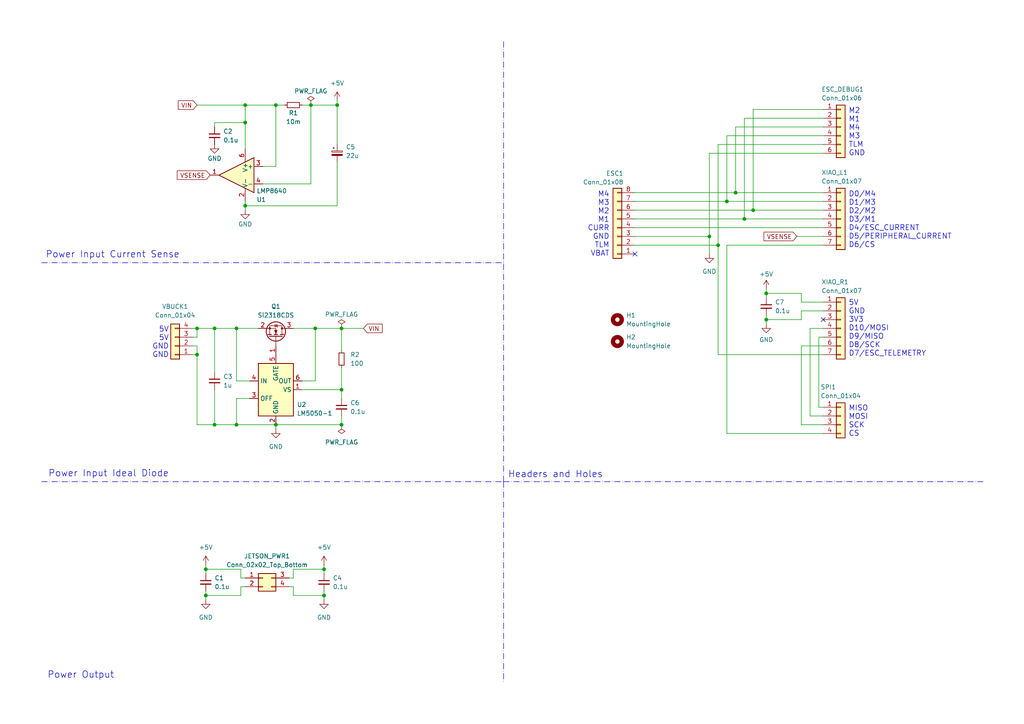
<source format=kicad_sch>
(kicad_sch (version 20250114) (generator "eeschema") (generator_version "9.0")
  (paper "A4")
  (lib_symbols
    (symbol "Amplifier_Current:LMP8640" (pin_names (offset 0.127))
      (property "Reference" "U" (at 3.81 5.08 0))
      (property "Value" "LMP8640" (at 3.81 2.54 0))
      (symbol "LMP8640_0_1"
        (polyline (pts (xy -5.08 5.08) (xy 5.08 0) (xy -5.08 -5.08) (xy -5.08 5.08)) (stroke (width 0.254)) (fill (type background)))
      )
      (symbol "LMP8640_1_1"
        (pin input line (at -7.62 2.54 0) (length 2.54) (name "+") (number "3"))
        (pin input line (at -7.62 -2.54 0) (length 2.54) (name "-") (number "4"))
        (pin power_in line (at -2.54 7.62 270) (length 3.81) (name "V+") (number "6"))
        (pin power_in line (at -2.54 -7.62 90) (length 3.81) (name "V-") (number "2"))
        (pin output line (at 7.62 0 180) (length 2.54) (name "~") (number "1"))
      )
    )
    (symbol "Connector_Generic:Conn_01x04" (pin_names (offset 1.016) (hide yes))
      (property "Reference" "J" (at 0 5.08 0))
      (property "Value" "Conn_01x04" (at 0 -7.62 0))
      (symbol "Conn_01x04_1_1"
        (rectangle (start -1.27 3.81) (end 1.27 -6.35) (stroke (width 0.254)) (fill (type background)))
        (rectangle (start -1.27 2.667) (end 0 2.413) (stroke (width 0.1524)))
        (rectangle (start -1.27 0.127) (end 0 -0.127) (stroke (width 0.1524)))
        (rectangle (start -1.27 -2.413) (end 0 -2.667) (stroke (width 0.1524)))
        (rectangle (start -1.27 -4.953) (end 0 -5.207) (stroke (width 0.1524)))
        (pin passive line (at -5.08 2.54 0) (length 3.81) (name "Pin_1") (number "1"))
        (pin passive line (at -5.08 0 0) (length 3.81) (name "Pin_2") (number "2"))
        (pin passive line (at -5.08 -2.54 0) (length 3.81) (name "Pin_3") (number "3"))
        (pin passive line (at -5.08 -5.08 0) (length 3.81) (name "Pin_4") (number "4"))
      )
    )
    (symbol "Connector_Generic:Conn_01x06" (pin_names (offset 1.016) (hide yes))
      (property "Reference" "J" (at 0 7.62 0))
      (property "Value" "Conn_01x06" (at 0 -10.16 0))
      (symbol "Conn_01x06_1_1"
        (rectangle (start -1.27 6.35) (end 1.27 -8.89) (stroke (width 0.254)) (fill (type background)))
        (rectangle (start -1.27 5.207) (end 0 4.953) (stroke (width 0.1524)))
        (rectangle (start -1.27 2.667) (end 0 2.413) (stroke (width 0.1524)))
        (rectangle (start -1.27 0.127) (end 0 -0.127) (stroke (width 0.1524)))
        (rectangle (start -1.27 -2.413) (end 0 -2.667) (stroke (width 0.1524)))
        (rectangle (start -1.27 -4.953) (end 0 -5.207) (stroke (width 0.1524)))
        (rectangle (start -1.27 -7.493) (end 0 -7.747) (stroke (width 0.1524)))
        (pin passive line (at -5.08 5.08 0) (length 3.81) (name "Pin_1") (number "1"))
        (pin passive line (at -5.08 2.54 0) (length 3.81) (name "Pin_2") (number "2"))
        (pin passive line (at -5.08 0 0) (length 3.81) (name "Pin_3") (number "3"))
        (pin passive line (at -5.08 -2.54 0) (length 3.81) (name "Pin_4") (number "4"))
        (pin passive line (at -5.08 -5.08 0) (length 3.81) (name "Pin_5") (number "5"))
        (pin passive line (at -5.08 -7.62 0) (length 3.81) (name "Pin_6") (number "6"))
      )
    )
    (symbol "Connector_Generic:Conn_01x07" (pin_names (offset 1.016) (hide yes))
      (property "Reference" "J" (at 0 10.16 0))
      (property "Value" "Conn_01x07" (at 0 -10.16 0))
      (symbol "Conn_01x07_1_1"
        (rectangle (start -1.27 8.89) (end 1.27 -8.89) (stroke (width 0.254)) (fill (type background)))
        (rectangle (start -1.27 7.747) (end 0 7.493) (stroke (width 0.1524)))
        (rectangle (start -1.27 5.207) (end 0 4.953) (stroke (width 0.1524)))
        (rectangle (start -1.27 2.667) (end 0 2.413) (stroke (width 0.1524)))
        (rectangle (start -1.27 0.127) (end 0 -0.127) (stroke (width 0.1524)))
        (rectangle (start -1.27 -2.413) (end 0 -2.667) (stroke (width 0.1524)))
        (rectangle (start -1.27 -4.953) (end 0 -5.207) (stroke (width 0.1524)))
        (rectangle (start -1.27 -7.493) (end 0 -7.747) (stroke (width 0.1524)))
        (pin passive line (at -5.08 7.62 0) (length 3.81) (name "Pin_1") (number "1"))
        (pin passive line (at -5.08 5.08 0) (length 3.81) (name "Pin_2") (number "2"))
        (pin passive line (at -5.08 2.54 0) (length 3.81) (name "Pin_3") (number "3"))
        (pin passive line (at -5.08 0 0) (length 3.81) (name "Pin_4") (number "4"))
        (pin passive line (at -5.08 -2.54 0) (length 3.81) (name "Pin_5") (number "5"))
        (pin passive line (at -5.08 -5.08 0) (length 3.81) (name "Pin_6") (number "6"))
        (pin passive line (at -5.08 -7.62 0) (length 3.81) (name "Pin_7") (number "7"))
      )
    )
    (symbol "Connector_Generic:Conn_01x08" (pin_names (offset 1.016) (hide yes))
      (property "Reference" "J" (at 0 10.16 0))
      (property "Value" "Conn_01x08" (at 0 -12.7 0))
      (symbol "Conn_01x08_1_1"
        (rectangle (start -1.27 8.89) (end 1.27 -11.43) (stroke (width 0.254)) (fill (type background)))
        (rectangle (start -1.27 7.747) (end 0 7.493) (stroke (width 0.1524)))
        (rectangle (start -1.27 5.207) (end 0 4.953) (stroke (width 0.1524)))
        (rectangle (start -1.27 2.667) (end 0 2.413) (stroke (width 0.1524)))
        (rectangle (start -1.27 0.127) (end 0 -0.127) (stroke (width 0.1524)))
        (rectangle (start -1.27 -2.413) (end 0 -2.667) (stroke (width 0.1524)))
        (rectangle (start -1.27 -4.953) (end 0 -5.207) (stroke (width 0.1524)))
        (rectangle (start -1.27 -7.493) (end 0 -7.747) (stroke (width 0.1524)))
        (rectangle (start -1.27 -10.033) (end 0 -10.287) (stroke (width 0.1524)))
        (pin passive line (at -5.08 7.62 0) (length 3.81) (name "Pin_1") (number "1"))
        (pin passive line (at -5.08 5.08 0) (length 3.81) (name "Pin_2") (number "2"))
        (pin passive line (at -5.08 2.54 0) (length 3.81) (name "Pin_3") (number "3"))
        (pin passive line (at -5.08 0 0) (length 3.81) (name "Pin_4") (number "4"))
        (pin passive line (at -5.08 -2.54 0) (length 3.81) (name "Pin_5") (number "5"))
        (pin passive line (at -5.08 -5.08 0) (length 3.81) (name "Pin_6") (number "6"))
        (pin passive line (at -5.08 -7.62 0) (length 3.81) (name "Pin_7") (number "7"))
        (pin passive line (at -5.08 -10.16 0) (length 3.81) (name "Pin_8") (number "8"))
      )
    )
    (symbol "Connector_Generic:Conn_02x02_Top_Bottom" (pin_names (offset 1.016) (hide yes))
      (property "Reference" "J" (at 1.27 2.54 0))
      (property "Value" "Conn_02x02_Top_Bottom" (at 1.27 -5.08 0))
      (symbol "Conn_02x02_Top_Bottom_1_1"
        (rectangle (start -1.27 1.27) (end 3.81 -3.81) (stroke (width 0.254)) (fill (type background)))
        (rectangle (start -1.27 0.127) (end 0 -0.127) (stroke (width 0.1524)))
        (rectangle (start -1.27 -2.413) (end 0 -2.667) (stroke (width 0.1524)))
        (rectangle (start 3.81 0.127) (end 2.54 -0.127) (stroke (width 0.1524)))
        (rectangle (start 3.81 -2.413) (end 2.54 -2.667) (stroke (width 0.1524)))
        (pin passive line (at -5.08 0 0) (length 3.81) (name "Pin_1") (number "1"))
        (pin passive line (at -5.08 -2.54 0) (length 3.81) (name "Pin_2") (number "2"))
        (pin passive line (at 7.62 0 180) (length 3.81) (name "Pin_3") (number "3"))
        (pin passive line (at 7.62 -2.54 180) (length 3.81) (name "Pin_4") (number "4"))
      )
    )
    (symbol "Device:C_Polarized_Small" (pin_numbers (hide yes)) (pin_names (offset 0.254) (hide yes))
      (property "Reference" "C" (at 0.254 1.778 0))
      (property "Value" "C_Polarized_Small" (at 0.254 -2.032 0))
      (symbol "C_Polarized_Small_0_1"
        (rectangle (start -1.524 0.6858) (end 1.524 0.3048))
        (rectangle (start -1.524 -0.3048) (end 1.524 -0.6858) (fill (type outline)))
        (polyline (pts (xy -1.27 1.524) (xy -0.762 1.524)))
        (polyline (pts (xy -1.016 1.27) (xy -1.016 1.778)))
      )
      (symbol "C_Polarized_Small_1_1"
        (pin passive line (at 0 2.54 270) (length 1.8542) (name "~") (number "1"))
        (pin passive line (at 0 -2.54 90) (length 1.8542) (name "~") (number "2"))
      )
    )
    (symbol "Device:C_Small" (pin_numbers (hide yes)) (pin_names (offset 0.254) (hide yes))
      (property "Reference" "C" (at 0.254 1.778 0))
      (property "Value" "C_Small" (at 0.254 -2.032 0))
      (symbol "C_Small_0_1"
        (polyline (pts (xy -1.524 0.508) (xy 1.524 0.508)) (stroke (width 0.3048)))
        (polyline (pts (xy -1.524 -0.508) (xy 1.524 -0.508)) (stroke (width 0.3302)))
      )
      (symbol "C_Small_1_1"
        (pin passive line (at 0 2.54 270) (length 2.032) (name "~") (number "1"))
        (pin passive line (at 0 -2.54 90) (length 2.032) (name "~") (number "2"))
      )
    )
    (symbol "Device:R_Small" (pin_numbers (hide yes)) (pin_names (offset 0.254) (hide yes))
      (property "Reference" "R" (at 0.762 0.508 0))
      (property "Value" "R_Small" (at 0.762 -1.016 0))
      (symbol "R_Small_0_1"
        (rectangle (start -0.762 1.778) (end 0.762 -1.778) (stroke (width 0.2032)))
      )
      (symbol "R_Small_1_1"
        (pin passive line (at 0 2.54 270) (length 0.762) (name "~") (number "1"))
        (pin passive line (at 0 -2.54 90) (length 0.762) (name "~") (number "2"))
      )
    )
    (symbol "Mechanical:MountingHole" (pin_names (offset 1.016)) (exclude_from_sim yes) (in_bom no)
      (property "Reference" "H" (at 0 5.08 0))
      (property "Value" "MountingHole" (at 0 3.175 0))
      (symbol "MountingHole_0_1"
        (circle (center 0 0) (radius 1.27) (stroke (width 1.27)))
      )
    )
    (symbol "Power_Management:LM5050-1"
      (property "Reference" "U" (at -5.08 8.89 0))
      (property "Value" "LM5050-1" (at 1.27 8.89 0))
      (symbol "LM5050-1_0_1"
        (rectangle (start -5.08 7.62) (end 5.08 -7.62) (stroke (width 0.254)) (fill (type background)))
      )
      (symbol "LM5050-1_1_1"
        (pin input line (at -7.62 2.54 0) (length 2.54) (name "IN") (number "4"))
        (pin input line (at -7.62 -2.54 0) (length 2.54) (name "OFF") (number "3"))
        (pin output line (at 0 10.16 270) (length 2.54) (name "GATE") (number "5"))
        (pin power_in line (at 0 -10.16 90) (length 2.54) (name "GND") (number "2"))
        (pin input line (at 7.62 2.54 180) (length 2.54) (name "OUT") (number "6"))
        (pin passive line (at 7.62 0 180) (length 2.54) (name "VS") (number "1"))
      )
    )
    (symbol "Transistor_FET_Custom:Si2318CDS" (pin_names (hide yes))
      (property "Reference" "Q" (at 5.08 1.905 0))
      (property "Value" "Si2318CDS" (at 5.08 0 0))
      (symbol "Si2318CDS_0_1"
        (polyline (pts (xy 0.254 1.905) (xy 0.254 -1.905)) (stroke (width 0.254)))
        (polyline (pts (xy 0.254 0) (xy -2.54 0)))
        (polyline (pts (xy 0.762 2.286) (xy 0.762 1.27)) (stroke (width 0.254)))
        (polyline (pts (xy 0.762 0.508) (xy 0.762 -0.508)) (stroke (width 0.254)))
        (polyline (pts (xy 0.762 -1.27) (xy 0.762 -2.286)) (stroke (width 0.254)))
        (polyline (pts (xy 0.762 -1.778) (xy 3.302 -1.778) (xy 3.302 1.778) (xy 0.762 1.778)))
        (polyline (pts (xy 1.016 0) (xy 2.032 0.381) (xy 2.032 -0.381) (xy 1.016 0)) (fill (type outline)))
        (circle (center 1.651 0) (radius 2.794) (stroke (width 0.254)))
        (polyline (pts (xy 2.54 2.54) (xy 2.54 1.778)))
        (circle (center 2.54 1.778) (radius 0.254) (fill (type outline)))
        (circle (center 2.54 -1.778) (radius 0.254) (fill (type outline)))
        (polyline (pts (xy 2.54 -2.54) (xy 2.54 0) (xy 0.762 0)))
        (polyline (pts (xy 2.794 0.508) (xy 2.921 0.381) (xy 3.683 0.381) (xy 3.81 0.254)))
        (polyline (pts (xy 3.302 0.381) (xy 2.921 -0.254) (xy 3.683 -0.254) (xy 3.302 0.381)))
      )
      (symbol "Si2318CDS_1_1"
        (pin input line (at -5.08 0 0) (length 2.54) (name "G") (number "1"))
        (pin passive line (at 2.54 5.08 270) (length 2.54) (name "D") (number "3"))
        (pin passive line (at 2.54 -5.08 90) (length 2.54) (name "S") (number "2"))
      )
    )
    (symbol "power:+5V" (power) (pin_numbers (hide yes)) (pin_names (offset 0) (hide yes))
      (property "Value" "+5V" (at 0 3.556 0))
      (symbol "+5V_0_1"
        (polyline (pts (xy -0.762 1.27) (xy 0 2.54)))
        (polyline (pts (xy 0 2.54) (xy 0.762 1.27)))
        (polyline (pts (xy 0 0) (xy 0 2.54)))
      )
      (symbol "+5V_1_1"
        (pin power_in line (at 0 0 90) (length 0) (name "~") (number "1"))
      )
    )
    (symbol "power:GND" (power) (pin_numbers (hide yes)) (pin_names (offset 0) (hide yes))
      (property "Value" "GND" (at 0 -3.81 0))
      (symbol "GND_0_1"
        (polyline (pts (xy 0 0) (xy 0 -1.27) (xy 1.27 -1.27) (xy 0 -2.54) (xy -1.27 -1.27) (xy 0 -1.27)))
      )
      (symbol "GND_1_1"
        (pin power_in line (at 0 0 270) (length 0) (name "~") (number "1"))
      )
    )
    (symbol "power:PWR_FLAG" (power) (pin_numbers (hide yes)) (pin_names (offset 0) (hide yes))
      (property "Value" "PWR_FLAG" (at 0 3.81 0))
      (symbol "PWR_FLAG_0_0"
        (pin power_out line (at 0 0 90) (length 0) (name "~") (number "1"))
      )
      (symbol "PWR_FLAG_0_1"
        (polyline (pts (xy 0 0) (xy 0 1.27) (xy -1.016 1.905) (xy 0 2.54) (xy 1.016 1.905) (xy 0 1.27)))
      )
    )
  )
  (text "M2\nM1\nM4\nM3\nTLM\nGND" (at 246.126 38.354 0) (effects (font (size 1.524 1.524)) (justify left)))
  (text "Power Output" (at 13.716 195.834 0) (effects (font (size 1.905 1.905)) (justify left)))
  (text "5V\n5V\nGND\nGND" (at 49.022 99.314 0) (effects (font (size 1.524 1.524)) (justify right)))
  (text "5V\nGND\n3V3\nD10/MOSI\nD9/MISO\nD8/SCK\nD7/ESC_TELEMETRY" (at 246.126 95.25 0) (effects (font (size 1.524 1.524)) (justify left)))
  (text "Power Input Current Sense" (at 13.208 73.914 0) (effects (font (size 1.905 1.905)) (justify left)))
  (text "M4\nM3\nM2\nM1\nCURR\nGND\nTLM\nVBAT" (at 176.784 65.024 0) (effects (font (size 1.524 1.524)) (justify right)))
  (text "Power Input Ideal Diode" (at 13.97 137.414 0) (effects (font (size 1.905 1.905)) (justify left)))
  (text "D0/M4\nD1/M3\nD2/M2\nD3/M1\nD4/ESC_CURRENT\nD5/PERIPHERAL_CURRENT\nD6/CS" (at 246.126 63.754 0) (effects (font (size 1.524 1.524)) (justify left)))
  (text "Headers and Holes" (at 147.32 137.668 0) (effects (font (size 1.905 1.905)) (justify left)))
  (text "MISO\nMOSI\nSCK\nCS" (at 246.126 122.174 0) (effects (font (size 1.524 1.524)) (justify left)))
  (junction (at 97.79 30.48))
  (junction (at 68.58 123.19))
  (junction (at 59.69 172.72))
  (junction (at 213.36 55.88))
  (junction (at 91.44 95.25))
  (junction (at 218.44 60.96))
  (junction (at 93.98 172.72))
  (junction (at 71.12 30.48))
  (junction (at 210.82 58.42))
  (junction (at 80.01 123.19))
  (junction (at 99.06 123.19))
  (junction (at 215.9 63.5))
  (junction (at 208.28 71.12))
  (junction (at 71.12 59.69))
  (junction (at 99.06 113.03))
  (junction (at 222.25 92.71))
  (junction (at 205.74 68.58))
  (junction (at 71.12 35.56))
  (junction (at 62.23 123.19))
  (junction (at 59.69 165.1))
  (junction (at 57.15 95.25))
  (junction (at 80.01 30.48))
  (junction (at 222.25 85.09))
  (junction (at 99.06 95.25))
  (junction (at 68.58 95.25))
  (junction (at 62.23 95.25))
  (junction (at 90.17 30.48))
  (junction (at 57.15 102.87))
  (junction (at 93.98 165.1))
  (no_connect (at 184.15 73.66))
  (no_connect (at 238.76 92.71))
  (wire (pts (xy 85.09 172.72) (xy 93.98 172.72)))
  (wire (pts (xy 184.15 60.96) (xy 218.44 60.96)))
  (wire (pts (xy 237.49 97.79) (xy 238.76 97.79)))
  (wire (pts (xy 222.25 83.82) (xy 222.25 85.09)))
  (wire (pts (xy 62.23 95.25) (xy 68.58 95.25)))
  (wire (pts (xy 62.23 35.56) (xy 62.23 36.83)))
  (wire (pts (xy 93.98 172.72) (xy 93.98 173.99)))
  (wire (pts (xy 80.01 30.48) (xy 82.55 30.48)))
  (polyline (pts (xy 12.065 76.2) (xy 146.05 76.2)) (stroke (width 0) (type dash_dot)))
  (wire (pts (xy 68.58 115.57) (xy 68.58 123.19)))
  (wire (pts (xy 210.82 125.73) (xy 210.82 71.12)))
  (wire (pts (xy 232.41 85.09) (xy 232.41 87.63)))
  (wire (pts (xy 210.82 39.37) (xy 210.82 58.42)))
  (wire (pts (xy 85.09 95.25) (xy 91.44 95.25)))
  (wire (pts (xy 68.58 123.19) (xy 80.01 123.19)))
  (wire (pts (xy 71.12 35.56) (xy 71.12 43.18)))
  (wire (pts (xy 71.12 59.69) (xy 71.12 58.42)))
  (wire (pts (xy 232.41 123.19) (xy 232.41 100.33)))
  (wire (pts (xy 213.36 36.83) (xy 213.36 55.88)))
  (wire (pts (xy 87.63 110.49) (xy 91.44 110.49)))
  (wire (pts (xy 184.15 71.12) (xy 208.28 71.12)))
  (wire (pts (xy 76.2 48.26) (xy 80.01 48.26)))
  (wire (pts (xy 97.79 59.69) (xy 71.12 59.69)))
  (wire (pts (xy 231.14 68.58) (xy 238.76 68.58)))
  (polyline (pts (xy 146.05 139.7) (xy 285.115 139.7)) (stroke (width 0) (type dash_dot)))
  (polyline (pts (xy 146.05 12.065) (xy 146.05 76.2)) (stroke (width 0) (type dash_dot)))
  (wire (pts (xy 238.76 125.73) (xy 210.82 125.73)))
  (wire (pts (xy 99.06 95.25) (xy 91.44 95.25)))
  (wire (pts (xy 208.28 102.87) (xy 208.28 71.12)))
  (wire (pts (xy 238.76 41.91) (xy 208.28 41.91)))
  (wire (pts (xy 205.74 68.58) (xy 205.74 44.45)))
  (wire (pts (xy 97.79 46.99) (xy 97.79 59.69)))
  (wire (pts (xy 80.01 124.46) (xy 80.01 123.19)))
  (wire (pts (xy 215.9 34.29) (xy 215.9 63.5)))
  (wire (pts (xy 68.58 95.25) (xy 74.93 95.25)))
  (wire (pts (xy 83.82 167.64) (xy 85.09 167.64)))
  (wire (pts (xy 69.85 172.72) (xy 69.85 170.18)))
  (wire (pts (xy 210.82 58.42) (xy 238.76 58.42)))
  (wire (pts (xy 99.06 113.03) (xy 99.06 106.68)))
  (wire (pts (xy 184.15 63.5) (xy 215.9 63.5)))
  (wire (pts (xy 99.06 115.57) (xy 99.06 113.03)))
  (wire (pts (xy 213.36 55.88) (xy 238.76 55.88)))
  (wire (pts (xy 68.58 95.25) (xy 68.58 110.49)))
  (wire (pts (xy 59.69 172.72) (xy 69.85 172.72)))
  (wire (pts (xy 234.95 120.65) (xy 234.95 95.25)))
  (wire (pts (xy 208.28 41.91) (xy 208.28 71.12)))
  (wire (pts (xy 238.76 36.83) (xy 213.36 36.83)))
  (wire (pts (xy 238.76 102.87) (xy 208.28 102.87)))
  (wire (pts (xy 68.58 110.49) (xy 72.39 110.49)))
  (wire (pts (xy 184.15 68.58) (xy 205.74 68.58)))
  (wire (pts (xy 55.88 95.25) (xy 57.15 95.25)))
  (wire (pts (xy 90.17 53.34) (xy 90.17 30.48)))
  (wire (pts (xy 80.01 48.26) (xy 80.01 30.48)))
  (wire (pts (xy 232.41 92.71) (xy 232.41 90.17)))
  (wire (pts (xy 222.25 85.09) (xy 222.25 86.36)))
  (wire (pts (xy 99.06 101.6) (xy 99.06 95.25)))
  (wire (pts (xy 57.15 123.19) (xy 62.23 123.19)))
  (wire (pts (xy 59.69 165.1) (xy 69.85 165.1)))
  (wire (pts (xy 62.23 35.56) (xy 71.12 35.56)))
  (wire (pts (xy 215.9 63.5) (xy 238.76 63.5)))
  (wire (pts (xy 97.79 30.48) (xy 97.79 41.91)))
  (wire (pts (xy 71.12 60.96) (xy 71.12 59.69)))
  (wire (pts (xy 210.82 71.12) (xy 238.76 71.12)))
  (wire (pts (xy 62.23 113.03) (xy 62.23 123.19)))
  (wire (pts (xy 62.23 123.19) (xy 68.58 123.19)))
  (wire (pts (xy 69.85 167.64) (xy 71.12 167.64)))
  (wire (pts (xy 57.15 30.48) (xy 71.12 30.48)))
  (wire (pts (xy 238.76 123.19) (xy 232.41 123.19)))
  (wire (pts (xy 218.44 60.96) (xy 238.76 60.96)))
  (wire (pts (xy 184.15 66.04) (xy 238.76 66.04)))
  (wire (pts (xy 218.44 31.75) (xy 218.44 60.96)))
  (wire (pts (xy 85.09 167.64) (xy 85.09 165.1)))
  (wire (pts (xy 222.25 85.09) (xy 232.41 85.09)))
  (wire (pts (xy 93.98 163.83) (xy 93.98 165.1)))
  (wire (pts (xy 85.09 170.18) (xy 85.09 172.72)))
  (wire (pts (xy 71.12 30.48) (xy 80.01 30.48)))
  (wire (pts (xy 57.15 123.19) (xy 57.15 102.87)))
  (wire (pts (xy 205.74 44.45) (xy 238.76 44.45)))
  (wire (pts (xy 59.69 163.83) (xy 59.69 165.1)))
  (wire (pts (xy 76.2 53.34) (xy 90.17 53.34)))
  (wire (pts (xy 72.39 115.57) (xy 68.58 115.57)))
  (wire (pts (xy 57.15 102.87) (xy 55.88 102.87)))
  (wire (pts (xy 55.88 97.79) (xy 57.15 97.79)))
  (wire (pts (xy 184.15 55.88) (xy 213.36 55.88)))
  (wire (pts (xy 222.25 92.71) (xy 222.25 93.98)))
  (wire (pts (xy 57.15 95.25) (xy 62.23 95.25)))
  (wire (pts (xy 83.82 170.18) (xy 85.09 170.18)))
  (wire (pts (xy 97.79 30.48) (xy 97.79 29.21)))
  (wire (pts (xy 93.98 165.1) (xy 93.98 166.37)))
  (polyline (pts (xy 146.05 139.7) (xy 146.05 198.12)) (stroke (width 0) (type dash_dot)))
  (wire (pts (xy 205.74 68.58) (xy 205.74 73.66)))
  (wire (pts (xy 85.09 165.1) (xy 93.98 165.1)))
  (wire (pts (xy 222.25 92.71) (xy 222.25 91.44)))
  (wire (pts (xy 91.44 110.49) (xy 91.44 95.25)))
  (wire (pts (xy 99.06 95.25) (xy 105.41 95.25)))
  (wire (pts (xy 238.76 31.75) (xy 218.44 31.75)))
  (polyline (pts (xy 12.065 139.7) (xy 146.05 139.7)) (stroke (width 0) (type dash_dot)))
  (wire (pts (xy 238.76 34.29) (xy 215.9 34.29)))
  (wire (pts (xy 232.41 87.63) (xy 238.76 87.63)))
  (wire (pts (xy 232.41 90.17) (xy 238.76 90.17)))
  (wire (pts (xy 55.88 100.33) (xy 57.15 100.33)))
  (wire (pts (xy 57.15 97.79) (xy 57.15 95.25)))
  (wire (pts (xy 69.85 165.1) (xy 69.85 167.64)))
  (wire (pts (xy 232.41 100.33) (xy 238.76 100.33)))
  (wire (pts (xy 59.69 171.45) (xy 59.69 172.72)))
  (wire (pts (xy 80.01 123.19) (xy 99.06 123.19)))
  (wire (pts (xy 222.25 92.71) (xy 232.41 92.71)))
  (wire (pts (xy 62.23 95.25) (xy 62.23 107.95)))
  (polyline (pts (xy 146.05 139.7) (xy 146.05 76.2)) (stroke (width 0) (type dash_dot)))
  (wire (pts (xy 87.63 113.03) (xy 99.06 113.03)))
  (wire (pts (xy 90.17 30.48) (xy 87.63 30.48)))
  (wire (pts (xy 184.15 58.42) (xy 210.82 58.42)))
  (wire (pts (xy 238.76 120.65) (xy 234.95 120.65)))
  (wire (pts (xy 93.98 171.45) (xy 93.98 172.72)))
  (wire (pts (xy 57.15 100.33) (xy 57.15 102.87)))
  (wire (pts (xy 237.49 118.11) (xy 237.49 97.79)))
  (wire (pts (xy 69.85 170.18) (xy 71.12 170.18)))
  (wire (pts (xy 99.06 123.19) (xy 99.06 120.65)))
  (wire (pts (xy 59.69 166.37) (xy 59.69 165.1)))
  (wire (pts (xy 71.12 30.48) (xy 71.12 35.56)))
  (wire (pts (xy 238.76 39.37) (xy 210.82 39.37)))
  (wire (pts (xy 234.95 95.25) (xy 238.76 95.25)))
  (wire (pts (xy 238.76 118.11) (xy 237.49 118.11)))
  (wire (pts (xy 90.17 30.48) (xy 97.79 30.48)))
  (wire (pts (xy 59.69 172.72) (xy 59.69 173.99)))
  (global_label "VIN" (shape input) (at 105.41 95.25 0) (property "Intersheetrefs" "${INTERSHEET_REFS}" (effects (hide yes))))
  (global_label "VIN" (shape input) (at 57.15 30.48 180) (property "Intersheetrefs" "${INTERSHEET_REFS}" (effects (hide yes))))
  (global_label "VSENSE" (shape input) (at 231.14 68.58 180) (property "Intersheetrefs" "${INTERSHEET_REFS}" (effects (hide yes))))
  (global_label "VSENSE" (shape input) (at 60.96 50.8 180) (property "Intersheetrefs" "${INTERSHEET_REFS}" (effects (hide yes))))
  (symbol (lib_id "Device:C_Small") (at 222.25 88.9 0) (unit 1)
    (property "Reference" "C7" (at 224.79 87.6362 0) (effects (justify left)))
    (property "Value" "0.1u" (at 224.79 90.1762 0) (effects (justify left)))
    (property "Footprint" "Capacitor_SMD:C_0603_1608Metric_Pad1.08x0.95mm_HandSolder" (effects (hide yes)))
    (property "Description" "Unpolarized capacitor, small symbol" (effects (hide yes)))
    (property "Part Number" "311-1088-1-ND" (effects (hide yes)))
  )
  (symbol (lib_id "Mechanical:MountingHole") (at 179.07 92.71 0) (unit 1) (exclude_from_sim yes) (in_bom no)
    (property "Reference" "H1" (at 181.61 91.4399 0) (effects (justify left)))
    (property "Value" "MountingHole" (at 181.61 93.9799 0) (effects (justify left)))
    (property "Footprint" "MountingHole:MountingHole_3.2mm_M3" (effects (hide yes)))
    (property "Description" "Mounting Hole without connection" (effects (hide yes)))
  )
  (symbol (lib_id "power:GND") (at 205.74 73.66 0) (unit 1)
    (property "Reference" "#PWR011" (effects (hide yes)))
    (property "Value" "GND" (at 205.74 78.74 0))
    (property "Description" "Power symbol creates a global label with name \"GND\" , ground" (effects (hide yes)))
  )
  (symbol (lib_id "Connector_Generic:Conn_01x06") (at 243.84 36.83 0) (unit 1)
    (property "Reference" "ESC_DEBUG1" (at 238.252 25.908 0) (effects (justify left)))
    (property "Value" "Conn_01x06" (at 238.252 28.448 0) (effects (justify left)))
    (property "Footprint" "Connector_PinHeader_2.54mm:PinHeader_2x03_P2.54mm_Vertical" (effects (hide yes)))
    (property "Description" "Generic connector, single row, 01x06, script generated (kicad-library-utils/schlib/autogen/connector/)" (effects (hide yes)))
    (property "Part Number" "2057-PH2-06-UA-ND" (effects (hide yes)))
  )
  (symbol (lib_id "power:GND") (at 93.98 173.99 0) (unit 1)
    (property "Reference" "#PWR07" (effects (hide yes)))
    (property "Value" "GND" (at 93.98 179.07 0))
    (property "Description" "Power symbol creates a global label with name \"GND\" , ground" (effects (hide yes)))
  )
  (symbol (lib_id "Connector_Generic:Conn_01x07") (at 243.84 95.25 0) (unit 1)
    (property "Reference" "XIAO_R1" (at 238.252 81.788 0) (effects (justify left)))
    (property "Value" "Conn_01x07" (at 238.252 84.328 0) (effects (justify left)))
    (property "Footprint" "Connector_PinSocket_2.54mm:PinSocket_1x07_P2.54mm_Vertical" (effects (hide yes)))
    (property "Description" "Generic connector, single row, 01x07, script generated (kicad-library-utils/schlib/autogen/connector/)" (effects (hide yes)))
    (property "Part Number" "S7040-ND" (effects (hide yes)))
  )
  (symbol (lib_id "Device:R_Small") (at 99.06 104.14 0) (unit 1)
    (property "Reference" "R2" (at 101.6 102.8699 0) (effects (justify left)))
    (property "Value" "100" (at 101.6 105.4099 0) (effects (justify left)))
    (property "Footprint" "Resistor_SMD:R_0603_1608Metric_Pad0.98x0.95mm_HandSolder" (effects (hide yes)))
    (property "Description" "Resistor, small symbol" (effects (hide yes)))
    (property "Part Number" "311-100HRCT-ND" (effects (hide yes)))
  )
  (symbol (lib_id "Connector_Generic:Conn_01x04") (at 50.8 100.33 180) (unit 1)
    (property "Reference" "VBUCK1" (at 50.8 88.9 0))
    (property "Value" "Conn_01x04" (at 50.8 91.44 0))
    (property "Footprint" "Connector_PinHeader_2.54mm:PinHeader_2x02_P2.54mm_Vertical" (effects (hide yes)))
    (property "Description" "Generic connector, single row, 01x04, script generated (kicad-library-utils/schlib/autogen/connector/)" (effects (hide yes)))
    (property "Part Number" "2057-PH2-04-UA-ND" (effects (hide yes)))
  )
  (symbol (lib_id "power:PWR_FLAG") (at 99.06 123.19 180) (unit 1)
    (property "Reference" "#FLG03" (effects (hide yes)))
    (property "Value" "PWR_FLAG" (at 99.06 128.27 0))
    (property "Description" "Special symbol for telling ERC where power comes from" (effects (hide yes)))
  )
  (symbol (lib_id "Device:C_Small") (at 62.23 39.37 0) (unit 1)
    (property "Reference" "C2" (at 64.77 38.1062 0) (effects (justify left)))
    (property "Value" "0.1u" (at 64.77 40.6462 0) (effects (justify left)))
    (property "Footprint" "Capacitor_SMD:C_0603_1608Metric_Pad1.08x0.95mm_HandSolder" (effects (hide yes)))
    (property "Description" "Unpolarized capacitor, small symbol" (effects (hide yes)))
    (property "Part Number" "311-1088-1-ND" (effects (hide yes)))
  )
  (symbol (lib_id "Device:C_Small") (at 93.98 168.91 0) (unit 1)
    (property "Reference" "C4" (at 96.52 167.6462 0) (effects (justify left)))
    (property "Value" "0.1u" (at 96.52 170.1862 0) (effects (justify left)))
    (property "Footprint" "Capacitor_SMD:C_0603_1608Metric_Pad1.08x0.95mm_HandSolder" (effects (hide yes)))
    (property "Description" "Unpolarized capacitor, small symbol" (effects (hide yes)))
    (property "Part Number" "311-1088-1-ND" (effects (hide yes)))
  )
  (symbol (lib_id "power:PWR_FLAG") (at 99.06 95.25 0) (unit 1)
    (property "Reference" "#FLG02" (effects (hide yes)))
    (property "Value" "PWR_FLAG" (at 99.06 91.186 0))
    (property "Description" "Special symbol for telling ERC where power comes from" (effects (hide yes)))
  )
  (symbol (lib_id "Transistor_FET_Custom:Si2318CDS") (at 80.01 97.79 270) (mirror x) (unit 1)
    (property "Reference" "Q1" (at 80.01 88.9 90))
    (property "Value" "Si2318CDS" (at 80.01 91.44 90))
    (property "Footprint" "Package_TO_SOT_SMD:SOT-23-3" (effects (hide yes)))
    (property "Datasheet" "https://www.vishay.com/docs/67030/si2318cds.pdf" (effects (hide yes)))
    (property "Description" "50V Vds, 0.22A Id, N-Channel MOSFET, SOT-23" (effects (hide yes)))
    (property "Part Number" "SI2318CDS-T1-GE3CT-ND" (effects (hide yes)))
  )
  (symbol (lib_id "Device:R_Small") (at 85.09 30.48 90) (unit 1)
    (property "Reference" "R1" (at 85.09 32.766 90))
    (property "Value" "10m" (at 85.09 35.306 90))
    (property "Footprint" "Resistor_SMD:R_2010_5025Metric_Pad1.40x2.65mm_HandSolder" (effects (hide yes)))
    (property "Description" "Resistor, small symbol" (effects (hide yes)))
    (property "Part Number" "13-PE2010FKE070R01LCT-ND" (effects (hide yes)))
  )
  (symbol (lib_id "power:GND") (at 71.12 60.96 0) (unit 1)
    (property "Reference" "#PWR04" (effects (hide yes)))
    (property "Value" "GND" (at 71.12 65.024 0))
    (property "Description" "Power symbol creates a global label with name \"GND\" , ground" (effects (hide yes)))
  )
  (symbol (lib_id "Device:C_Small") (at 59.69 168.91 0) (unit 1)
    (property "Reference" "C1" (at 62.23 167.6462 0) (effects (justify left)))
    (property "Value" "0.1u" (at 62.23 170.1862 0) (effects (justify left)))
    (property "Footprint" "Capacitor_SMD:C_0603_1608Metric_Pad1.08x0.95mm_HandSolder" (effects (hide yes)))
    (property "Description" "Unpolarized capacitor, small symbol" (effects (hide yes)))
    (property "Part Number" "311-1088-1-ND" (effects (hide yes)))
  )
  (symbol (lib_id "power:GND") (at 80.01 124.46 0) (unit 1)
    (property "Reference" "#PWR05" (effects (hide yes)))
    (property "Value" "GND" (at 80.01 129.54 0))
    (property "Description" "Power symbol creates a global label with name \"GND\" , ground" (effects (hide yes)))
  )
  (symbol (lib_id "Device:C_Small") (at 99.06 118.11 0) (unit 1)
    (property "Reference" "C6" (at 101.6 116.8462 0) (effects (justify left)))
    (property "Value" "0.1u" (at 101.6 119.3862 0) (effects (justify left)))
    (property "Footprint" "Capacitor_SMD:C_0603_1608Metric_Pad1.08x0.95mm_HandSolder" (effects (hide yes)))
    (property "Description" "Unpolarized capacitor, small symbol" (effects (hide yes)))
    (property "Part Number" "311-1088-1-ND" (effects (hide yes)))
  )
  (symbol (lib_id "power:GND") (at 62.23 41.91 0) (unit 1)
    (property "Reference" "#PWR03" (effects (hide yes)))
    (property "Value" "GND" (at 62.23 45.974 0))
    (property "Description" "Power symbol creates a global label with name \"GND\" , ground" (effects (hide yes)))
  )
  (symbol (lib_id "Connector_Generic:Conn_02x02_Top_Bottom") (at 76.2 167.64 0) (unit 1)
    (property "Reference" "JETSON_PWR1" (at 77.47 161.29 0))
    (property "Value" "Conn_02x02_Top_Bottom" (at 77.47 163.83 0))
    (property "Footprint" "Connector_PinHeader_2.54mm:PinHeader_2x02_P2.54mm_Vertical" (effects (hide yes)))
    (property "Description" "Generic connector, double row, 02x02, top/bottom pin numbering scheme (row 1: 1...pins_per_row, row2: pins_per_row+1 ... num_pins), script generated (kicad-library-utils/schlib/autogen/connector/)" (effects (hide yes)))
    (property "Part Number" "2057-PH2-04-UA-ND" (effects (hide yes)))
  )
  (symbol (lib_id "power:+5V") (at 222.25 83.82 0) (unit 1)
    (property "Reference" "#PWR09" (effects (hide yes)))
    (property "Value" "+5V" (at 222.25 79.502 0))
    (property "Description" "Power symbol creates a global label with name \"+5V\"" (effects (hide yes)))
  )
  (symbol (lib_id "power:+5V") (at 93.98 163.83 0) (unit 1)
    (property "Reference" "#PWR06" (effects (hide yes)))
    (property "Value" "+5V" (at 93.98 158.75 0))
    (property "Description" "Power symbol creates a global label with name \"+5V\"" (effects (hide yes)))
  )
  (symbol (lib_id "Amplifier_Current:LMP8640") (at 68.58 50.8 0) (mirror y) (unit 1)
    (property "Reference" "U1" (at 74.422 57.912 0) (effects (justify right)))
    (property "Value" "LMP8640" (at 74.422 55.372 0) (effects (justify right)))
    (property "Footprint" "Package_TO_SOT_SMD:SOT-23-6" (effects (hide yes)))
    (property "Datasheet" "http://www.ti.com/lit/ds/symlink/lmp8640.pdf" (effects (hide yes)))
    (property "Description" "Precision High Voltage Current Sense Amplifiers, 42V/76V, SOT-23-6" (effects (hide yes)))
    (property "Part Number" "296-48927-1-ND" (effects (hide yes)))
  )
  (symbol (lib_id "Device:C_Polarized_Small") (at 97.79 44.45 0) (unit 1)
    (property "Reference" "C5" (at 100.33 42.6338 0) (effects (justify left)))
    (property "Value" "22u" (at 100.33 45.1738 0) (effects (justify left)))
    (property "Footprint" "Capacitor_SMD:CP_Elec_6.3x5.8" (effects (hide yes)))
    (property "Description" "Polarized capacitor, small symbol" (effects (hide yes)))
    (property "Part Number" "PCE3811CT-ND" (effects (hide yes)))
  )
  (symbol (lib_id "power:GND") (at 59.69 173.99 0) (unit 1)
    (property "Reference" "#PWR02" (effects (hide yes)))
    (property "Value" "GND" (at 59.69 179.07 0))
    (property "Description" "Power symbol creates a global label with name \"GND\" , ground" (effects (hide yes)))
  )
  (symbol (lib_id "Mechanical:MountingHole") (at 179.07 99.06 0) (unit 1) (exclude_from_sim yes) (in_bom no)
    (property "Reference" "H2" (at 181.61 97.7899 0) (effects (justify left)))
    (property "Value" "MountingHole" (at 181.61 100.3299 0) (effects (justify left)))
    (property "Footprint" "MountingHole:MountingHole_3.2mm_M3" (effects (hide yes)))
    (property "Description" "Mounting Hole without connection" (effects (hide yes)))
  )
  (symbol (lib_id "power:+5V") (at 97.79 29.21 0) (unit 1)
    (property "Reference" "#PWR08" (effects (hide yes)))
    (property "Value" "+5V" (at 97.79 24.13 0))
    (property "Description" "Power symbol creates a global label with name \"+5V\"" (effects (hide yes)))
  )
  (symbol (lib_id "Connector_Generic:Conn_01x04") (at 243.84 120.65 0) (unit 1)
    (property "Reference" "SPI1" (at 237.998 112.268 0) (effects (justify left)))
    (property "Value" "Conn_01x04" (at 237.998 114.808 0) (effects (justify left)))
    (property "Footprint" "Connector_PinHeader_2.54mm:PinHeader_2x02_P2.54mm_Vertical" (effects (hide yes)))
    (property "Description" "Generic connector, single row, 01x04, script generated (kicad-library-utils/schlib/autogen/connector/)" (effects (hide yes)))
    (property "Part Number" "2057-PH2-04-UA-ND" (effects (hide yes)))
  )
  (symbol (lib_id "Connector_Generic:Conn_01x08") (at 179.07 66.04 180) (unit 1)
    (property "Reference" "ESC1" (at 180.848 50.292 0) (effects (justify left)))
    (property "Value" "Conn_01x08" (at 180.848 52.832 0) (effects (justify left)))
    (property "Footprint" "Connector_JST:JST_SH_BM08B-SRSS-TB_1x08-1MP_P1.00mm_Vertical" (effects (hide yes)))
    (property "Description" "Generic connector, single row, 01x08, script generated (kicad-library-utils/schlib/autogen/connector/)" (effects (hide yes)))
    (property "Part Number" "455-BM08B-SRSS-TBCT-ND" (effects (hide yes)))
  )
  (symbol (lib_id "Connector_Generic:Conn_01x07") (at 243.84 63.5 0) (unit 1)
    (property "Reference" "XIAO_L1" (at 238.252 50.038 0) (effects (justify left)))
    (property "Value" "Conn_01x07" (at 238.252 52.578 0) (effects (justify left)))
    (property "Footprint" "Connector_PinSocket_2.54mm:PinSocket_1x07_P2.54mm_Vertical" (effects (hide yes)))
    (property "Description" "Generic connector, single row, 01x07, script generated (kicad-library-utils/schlib/autogen/connector/)" (effects (hide yes)))
    (property "Part Number" "S7040-ND" (effects (hide yes)))
  )
  (symbol (lib_id "Device:C_Small") (at 62.23 110.49 0) (unit 1)
    (property "Reference" "C3" (at 64.77 109.2262 0) (effects (justify left)))
    (property "Value" "1u" (at 64.77 111.7662 0) (effects (justify left)))
    (property "Footprint" "Capacitor_SMD:C_0603_1608Metric_Pad1.08x0.95mm_HandSolder" (effects (hide yes)))
    (property "Description" "Unpolarized capacitor, small symbol" (effects (hide yes)))
    (property "Part Number" "311-1446-1-ND" (effects (hide yes)))
  )
  (symbol (lib_id "power:PWR_FLAG") (at 90.17 30.48 0) (unit 1)
    (property "Reference" "#FLG01" (effects (hide yes)))
    (property "Value" "PWR_FLAG" (at 90.17 26.416 0))
    (property "Description" "Special symbol for telling ERC where power comes from" (effects (hide yes)))
  )
  (symbol (lib_id "Power_Management:LM5050-1") (at 80.01 113.03 0) (unit 1)
    (property "Reference" "U2" (at 86.106 117.348 0) (effects (justify left)))
    (property "Value" "LM5050-1" (at 86.106 119.888 0) (effects (justify left)))
    (property "Footprint" "Package_TO_SOT_SMD:TSOT-23-6" (effects (hide yes)))
    (property "Datasheet" "http://www.ti.com/lit/ds/symlink/lm5050-1-q1.pdf" (effects (hide yes)))
    (property "Description" "High side OR-ing FET controller, 5V to 75V operation, TSOT-23-6" (effects (hide yes)))
    (property "Part Number" "296-46427-1-ND" (effects (hide yes)))
  )
  (symbol (lib_id "power:GND") (at 222.25 93.98 0) (unit 1)
    (property "Reference" "#PWR010" (effects (hide yes)))
    (property "Value" "GND" (at 222.25 98.552 0))
    (property "Description" "Power symbol creates a global label with name \"GND\" , ground" (effects (hide yes)))
  )
  (symbol (lib_id "power:+5V") (at 59.69 163.83 0) (unit 1)
    (property "Reference" "#PWR01" (effects (hide yes)))
    (property "Value" "+5V" (at 59.69 158.75 0))
    (property "Description" "Power symbol creates a global label with name \"+5V\"" (effects (hide yes)))
  )
)
</source>
